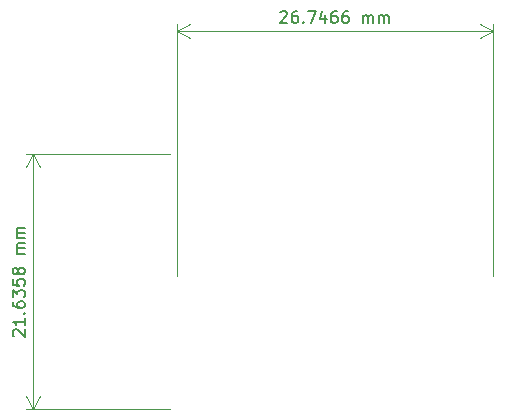
<source format=gbr>
%TF.GenerationSoftware,KiCad,Pcbnew,8.99.0-334-gf341ab9b00*%
%TF.CreationDate,2024-09-09T23:07:31-04:00*%
%TF.ProjectId,Buck Converter,4275636b-2043-46f6-9e76-65727465722e,V1*%
%TF.SameCoordinates,Original*%
%TF.FileFunction,Other,Comment*%
%FSLAX46Y46*%
G04 Gerber Fmt 4.6, Leading zero omitted, Abs format (unit mm)*
G04 Created by KiCad (PCBNEW 8.99.0-334-gf341ab9b00) date 2024-09-09 23:07:31*
%MOMM*%
%LPD*%
G01*
G04 APERTURE LIST*
%ADD10C,0.150000*%
%ADD11C,0.100000*%
G04 APERTURE END LIST*
D10*
X136825057Y-104851153D02*
X136777438Y-104803534D01*
X136777438Y-104803534D02*
X136729819Y-104708296D01*
X136729819Y-104708296D02*
X136729819Y-104470201D01*
X136729819Y-104470201D02*
X136777438Y-104374963D01*
X136777438Y-104374963D02*
X136825057Y-104327344D01*
X136825057Y-104327344D02*
X136920295Y-104279725D01*
X136920295Y-104279725D02*
X137015533Y-104279725D01*
X137015533Y-104279725D02*
X137158390Y-104327344D01*
X137158390Y-104327344D02*
X137729819Y-104898772D01*
X137729819Y-104898772D02*
X137729819Y-104279725D01*
X137729819Y-103327344D02*
X137729819Y-103898772D01*
X137729819Y-103613058D02*
X136729819Y-103613058D01*
X136729819Y-103613058D02*
X136872676Y-103708296D01*
X136872676Y-103708296D02*
X136967914Y-103803534D01*
X136967914Y-103803534D02*
X137015533Y-103898772D01*
X137634580Y-102898772D02*
X137682200Y-102851153D01*
X137682200Y-102851153D02*
X137729819Y-102898772D01*
X137729819Y-102898772D02*
X137682200Y-102946391D01*
X137682200Y-102946391D02*
X137634580Y-102898772D01*
X137634580Y-102898772D02*
X137729819Y-102898772D01*
X136729819Y-101994011D02*
X136729819Y-102184487D01*
X136729819Y-102184487D02*
X136777438Y-102279725D01*
X136777438Y-102279725D02*
X136825057Y-102327344D01*
X136825057Y-102327344D02*
X136967914Y-102422582D01*
X136967914Y-102422582D02*
X137158390Y-102470201D01*
X137158390Y-102470201D02*
X137539342Y-102470201D01*
X137539342Y-102470201D02*
X137634580Y-102422582D01*
X137634580Y-102422582D02*
X137682200Y-102374963D01*
X137682200Y-102374963D02*
X137729819Y-102279725D01*
X137729819Y-102279725D02*
X137729819Y-102089249D01*
X137729819Y-102089249D02*
X137682200Y-101994011D01*
X137682200Y-101994011D02*
X137634580Y-101946392D01*
X137634580Y-101946392D02*
X137539342Y-101898773D01*
X137539342Y-101898773D02*
X137301247Y-101898773D01*
X137301247Y-101898773D02*
X137206009Y-101946392D01*
X137206009Y-101946392D02*
X137158390Y-101994011D01*
X137158390Y-101994011D02*
X137110771Y-102089249D01*
X137110771Y-102089249D02*
X137110771Y-102279725D01*
X137110771Y-102279725D02*
X137158390Y-102374963D01*
X137158390Y-102374963D02*
X137206009Y-102422582D01*
X137206009Y-102422582D02*
X137301247Y-102470201D01*
X136729819Y-101565439D02*
X136729819Y-100946392D01*
X136729819Y-100946392D02*
X137110771Y-101279725D01*
X137110771Y-101279725D02*
X137110771Y-101136868D01*
X137110771Y-101136868D02*
X137158390Y-101041630D01*
X137158390Y-101041630D02*
X137206009Y-100994011D01*
X137206009Y-100994011D02*
X137301247Y-100946392D01*
X137301247Y-100946392D02*
X137539342Y-100946392D01*
X137539342Y-100946392D02*
X137634580Y-100994011D01*
X137634580Y-100994011D02*
X137682200Y-101041630D01*
X137682200Y-101041630D02*
X137729819Y-101136868D01*
X137729819Y-101136868D02*
X137729819Y-101422582D01*
X137729819Y-101422582D02*
X137682200Y-101517820D01*
X137682200Y-101517820D02*
X137634580Y-101565439D01*
X136729819Y-100041630D02*
X136729819Y-100517820D01*
X136729819Y-100517820D02*
X137206009Y-100565439D01*
X137206009Y-100565439D02*
X137158390Y-100517820D01*
X137158390Y-100517820D02*
X137110771Y-100422582D01*
X137110771Y-100422582D02*
X137110771Y-100184487D01*
X137110771Y-100184487D02*
X137158390Y-100089249D01*
X137158390Y-100089249D02*
X137206009Y-100041630D01*
X137206009Y-100041630D02*
X137301247Y-99994011D01*
X137301247Y-99994011D02*
X137539342Y-99994011D01*
X137539342Y-99994011D02*
X137634580Y-100041630D01*
X137634580Y-100041630D02*
X137682200Y-100089249D01*
X137682200Y-100089249D02*
X137729819Y-100184487D01*
X137729819Y-100184487D02*
X137729819Y-100422582D01*
X137729819Y-100422582D02*
X137682200Y-100517820D01*
X137682200Y-100517820D02*
X137634580Y-100565439D01*
X137158390Y-99422582D02*
X137110771Y-99517820D01*
X137110771Y-99517820D02*
X137063152Y-99565439D01*
X137063152Y-99565439D02*
X136967914Y-99613058D01*
X136967914Y-99613058D02*
X136920295Y-99613058D01*
X136920295Y-99613058D02*
X136825057Y-99565439D01*
X136825057Y-99565439D02*
X136777438Y-99517820D01*
X136777438Y-99517820D02*
X136729819Y-99422582D01*
X136729819Y-99422582D02*
X136729819Y-99232106D01*
X136729819Y-99232106D02*
X136777438Y-99136868D01*
X136777438Y-99136868D02*
X136825057Y-99089249D01*
X136825057Y-99089249D02*
X136920295Y-99041630D01*
X136920295Y-99041630D02*
X136967914Y-99041630D01*
X136967914Y-99041630D02*
X137063152Y-99089249D01*
X137063152Y-99089249D02*
X137110771Y-99136868D01*
X137110771Y-99136868D02*
X137158390Y-99232106D01*
X137158390Y-99232106D02*
X137158390Y-99422582D01*
X137158390Y-99422582D02*
X137206009Y-99517820D01*
X137206009Y-99517820D02*
X137253628Y-99565439D01*
X137253628Y-99565439D02*
X137348866Y-99613058D01*
X137348866Y-99613058D02*
X137539342Y-99613058D01*
X137539342Y-99613058D02*
X137634580Y-99565439D01*
X137634580Y-99565439D02*
X137682200Y-99517820D01*
X137682200Y-99517820D02*
X137729819Y-99422582D01*
X137729819Y-99422582D02*
X137729819Y-99232106D01*
X137729819Y-99232106D02*
X137682200Y-99136868D01*
X137682200Y-99136868D02*
X137634580Y-99089249D01*
X137634580Y-99089249D02*
X137539342Y-99041630D01*
X137539342Y-99041630D02*
X137348866Y-99041630D01*
X137348866Y-99041630D02*
X137253628Y-99089249D01*
X137253628Y-99089249D02*
X137206009Y-99136868D01*
X137206009Y-99136868D02*
X137158390Y-99232106D01*
X137729819Y-97851153D02*
X137063152Y-97851153D01*
X137158390Y-97851153D02*
X137110771Y-97803534D01*
X137110771Y-97803534D02*
X137063152Y-97708296D01*
X137063152Y-97708296D02*
X137063152Y-97565439D01*
X137063152Y-97565439D02*
X137110771Y-97470201D01*
X137110771Y-97470201D02*
X137206009Y-97422582D01*
X137206009Y-97422582D02*
X137729819Y-97422582D01*
X137206009Y-97422582D02*
X137110771Y-97374963D01*
X137110771Y-97374963D02*
X137063152Y-97279725D01*
X137063152Y-97279725D02*
X137063152Y-97136868D01*
X137063152Y-97136868D02*
X137110771Y-97041629D01*
X137110771Y-97041629D02*
X137206009Y-96994010D01*
X137206009Y-96994010D02*
X137729819Y-96994010D01*
X137729819Y-96517820D02*
X137063152Y-96517820D01*
X137158390Y-96517820D02*
X137110771Y-96470201D01*
X137110771Y-96470201D02*
X137063152Y-96374963D01*
X137063152Y-96374963D02*
X137063152Y-96232106D01*
X137063152Y-96232106D02*
X137110771Y-96136868D01*
X137110771Y-96136868D02*
X137206009Y-96089249D01*
X137206009Y-96089249D02*
X137729819Y-96089249D01*
X137206009Y-96089249D02*
X137110771Y-96041630D01*
X137110771Y-96041630D02*
X137063152Y-95946392D01*
X137063152Y-95946392D02*
X137063152Y-95803535D01*
X137063152Y-95803535D02*
X137110771Y-95708296D01*
X137110771Y-95708296D02*
X137206009Y-95660677D01*
X137206009Y-95660677D02*
X137729819Y-95660677D01*
D11*
X150050000Y-89414214D02*
X137838580Y-89414214D01*
X150050000Y-111050000D02*
X137838580Y-111050000D01*
X138425000Y-89414214D02*
X138425000Y-111050000D01*
X138425000Y-89414214D02*
X138425000Y-111050000D01*
X138425000Y-89414214D02*
X139011421Y-90540718D01*
X138425000Y-89414214D02*
X137838579Y-90540718D01*
X138425000Y-111050000D02*
X137838579Y-109923496D01*
X138425000Y-111050000D02*
X139011421Y-109923496D01*
D10*
X159368453Y-77425057D02*
X159416072Y-77377438D01*
X159416072Y-77377438D02*
X159511310Y-77329819D01*
X159511310Y-77329819D02*
X159749405Y-77329819D01*
X159749405Y-77329819D02*
X159844643Y-77377438D01*
X159844643Y-77377438D02*
X159892262Y-77425057D01*
X159892262Y-77425057D02*
X159939881Y-77520295D01*
X159939881Y-77520295D02*
X159939881Y-77615533D01*
X159939881Y-77615533D02*
X159892262Y-77758390D01*
X159892262Y-77758390D02*
X159320834Y-78329819D01*
X159320834Y-78329819D02*
X159939881Y-78329819D01*
X160797024Y-77329819D02*
X160606548Y-77329819D01*
X160606548Y-77329819D02*
X160511310Y-77377438D01*
X160511310Y-77377438D02*
X160463691Y-77425057D01*
X160463691Y-77425057D02*
X160368453Y-77567914D01*
X160368453Y-77567914D02*
X160320834Y-77758390D01*
X160320834Y-77758390D02*
X160320834Y-78139342D01*
X160320834Y-78139342D02*
X160368453Y-78234580D01*
X160368453Y-78234580D02*
X160416072Y-78282200D01*
X160416072Y-78282200D02*
X160511310Y-78329819D01*
X160511310Y-78329819D02*
X160701786Y-78329819D01*
X160701786Y-78329819D02*
X160797024Y-78282200D01*
X160797024Y-78282200D02*
X160844643Y-78234580D01*
X160844643Y-78234580D02*
X160892262Y-78139342D01*
X160892262Y-78139342D02*
X160892262Y-77901247D01*
X160892262Y-77901247D02*
X160844643Y-77806009D01*
X160844643Y-77806009D02*
X160797024Y-77758390D01*
X160797024Y-77758390D02*
X160701786Y-77710771D01*
X160701786Y-77710771D02*
X160511310Y-77710771D01*
X160511310Y-77710771D02*
X160416072Y-77758390D01*
X160416072Y-77758390D02*
X160368453Y-77806009D01*
X160368453Y-77806009D02*
X160320834Y-77901247D01*
X161320834Y-78234580D02*
X161368453Y-78282200D01*
X161368453Y-78282200D02*
X161320834Y-78329819D01*
X161320834Y-78329819D02*
X161273215Y-78282200D01*
X161273215Y-78282200D02*
X161320834Y-78234580D01*
X161320834Y-78234580D02*
X161320834Y-78329819D01*
X161701786Y-77329819D02*
X162368452Y-77329819D01*
X162368452Y-77329819D02*
X161939881Y-78329819D01*
X163177976Y-77663152D02*
X163177976Y-78329819D01*
X162939881Y-77282200D02*
X162701786Y-77996485D01*
X162701786Y-77996485D02*
X163320833Y-77996485D01*
X164130357Y-77329819D02*
X163939881Y-77329819D01*
X163939881Y-77329819D02*
X163844643Y-77377438D01*
X163844643Y-77377438D02*
X163797024Y-77425057D01*
X163797024Y-77425057D02*
X163701786Y-77567914D01*
X163701786Y-77567914D02*
X163654167Y-77758390D01*
X163654167Y-77758390D02*
X163654167Y-78139342D01*
X163654167Y-78139342D02*
X163701786Y-78234580D01*
X163701786Y-78234580D02*
X163749405Y-78282200D01*
X163749405Y-78282200D02*
X163844643Y-78329819D01*
X163844643Y-78329819D02*
X164035119Y-78329819D01*
X164035119Y-78329819D02*
X164130357Y-78282200D01*
X164130357Y-78282200D02*
X164177976Y-78234580D01*
X164177976Y-78234580D02*
X164225595Y-78139342D01*
X164225595Y-78139342D02*
X164225595Y-77901247D01*
X164225595Y-77901247D02*
X164177976Y-77806009D01*
X164177976Y-77806009D02*
X164130357Y-77758390D01*
X164130357Y-77758390D02*
X164035119Y-77710771D01*
X164035119Y-77710771D02*
X163844643Y-77710771D01*
X163844643Y-77710771D02*
X163749405Y-77758390D01*
X163749405Y-77758390D02*
X163701786Y-77806009D01*
X163701786Y-77806009D02*
X163654167Y-77901247D01*
X165082738Y-77329819D02*
X164892262Y-77329819D01*
X164892262Y-77329819D02*
X164797024Y-77377438D01*
X164797024Y-77377438D02*
X164749405Y-77425057D01*
X164749405Y-77425057D02*
X164654167Y-77567914D01*
X164654167Y-77567914D02*
X164606548Y-77758390D01*
X164606548Y-77758390D02*
X164606548Y-78139342D01*
X164606548Y-78139342D02*
X164654167Y-78234580D01*
X164654167Y-78234580D02*
X164701786Y-78282200D01*
X164701786Y-78282200D02*
X164797024Y-78329819D01*
X164797024Y-78329819D02*
X164987500Y-78329819D01*
X164987500Y-78329819D02*
X165082738Y-78282200D01*
X165082738Y-78282200D02*
X165130357Y-78234580D01*
X165130357Y-78234580D02*
X165177976Y-78139342D01*
X165177976Y-78139342D02*
X165177976Y-77901247D01*
X165177976Y-77901247D02*
X165130357Y-77806009D01*
X165130357Y-77806009D02*
X165082738Y-77758390D01*
X165082738Y-77758390D02*
X164987500Y-77710771D01*
X164987500Y-77710771D02*
X164797024Y-77710771D01*
X164797024Y-77710771D02*
X164701786Y-77758390D01*
X164701786Y-77758390D02*
X164654167Y-77806009D01*
X164654167Y-77806009D02*
X164606548Y-77901247D01*
X166368453Y-78329819D02*
X166368453Y-77663152D01*
X166368453Y-77758390D02*
X166416072Y-77710771D01*
X166416072Y-77710771D02*
X166511310Y-77663152D01*
X166511310Y-77663152D02*
X166654167Y-77663152D01*
X166654167Y-77663152D02*
X166749405Y-77710771D01*
X166749405Y-77710771D02*
X166797024Y-77806009D01*
X166797024Y-77806009D02*
X166797024Y-78329819D01*
X166797024Y-77806009D02*
X166844643Y-77710771D01*
X166844643Y-77710771D02*
X166939881Y-77663152D01*
X166939881Y-77663152D02*
X167082738Y-77663152D01*
X167082738Y-77663152D02*
X167177977Y-77710771D01*
X167177977Y-77710771D02*
X167225596Y-77806009D01*
X167225596Y-77806009D02*
X167225596Y-78329819D01*
X167701786Y-78329819D02*
X167701786Y-77663152D01*
X167701786Y-77758390D02*
X167749405Y-77710771D01*
X167749405Y-77710771D02*
X167844643Y-77663152D01*
X167844643Y-77663152D02*
X167987500Y-77663152D01*
X167987500Y-77663152D02*
X168082738Y-77710771D01*
X168082738Y-77710771D02*
X168130357Y-77806009D01*
X168130357Y-77806009D02*
X168130357Y-78329819D01*
X168130357Y-77806009D02*
X168177976Y-77710771D01*
X168177976Y-77710771D02*
X168273214Y-77663152D01*
X168273214Y-77663152D02*
X168416071Y-77663152D01*
X168416071Y-77663152D02*
X168511310Y-77710771D01*
X168511310Y-77710771D02*
X168558929Y-77806009D01*
X168558929Y-77806009D02*
X168558929Y-78329819D01*
D11*
X150614214Y-99732107D02*
X150614214Y-78438580D01*
X177360786Y-99732107D02*
X177360786Y-78438580D01*
X150614214Y-79025000D02*
X177360786Y-79025000D01*
X150614214Y-79025000D02*
X177360786Y-79025000D01*
X150614214Y-79025000D02*
X151740718Y-78438579D01*
X150614214Y-79025000D02*
X151740718Y-79611421D01*
X177360786Y-79025000D02*
X176234282Y-79611421D01*
X177360786Y-79025000D02*
X176234282Y-78438579D01*
M02*

</source>
